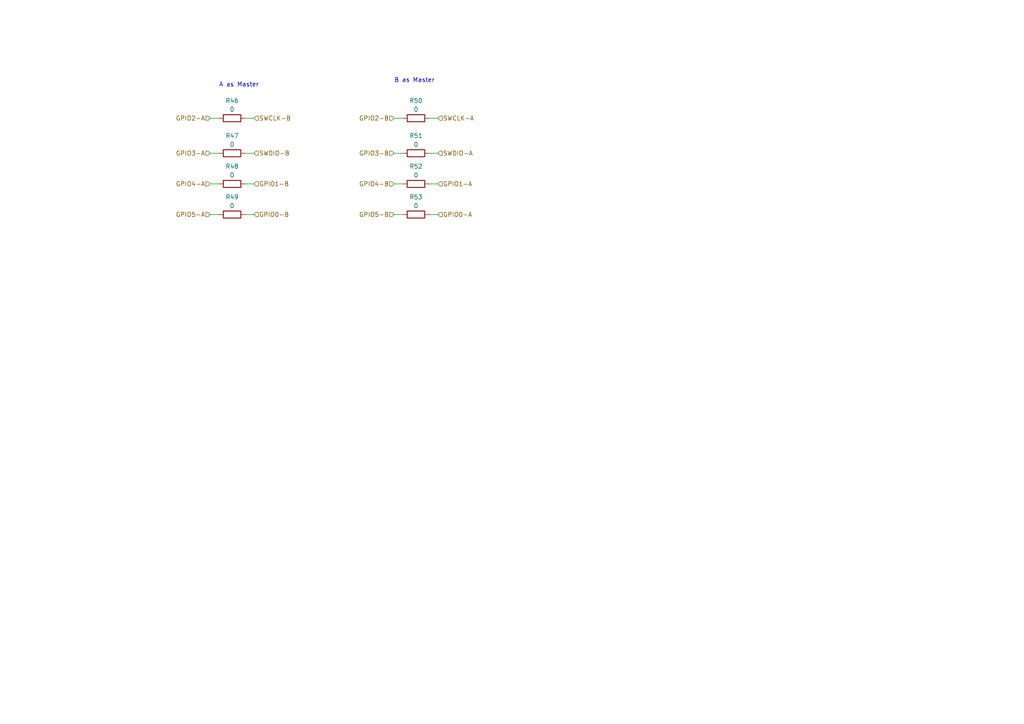
<source format=kicad_sch>
(kicad_sch (version 20230121) (generator eeschema)
  (paper "A4")
  (lib_symbols
    (symbol "Device:R" (pin_numbers hide) (pin_names (offset 0))
      (property "Reference" "R" (at 2.032 0 90))
      (property "Value" "R" (at 0 0 90))
      (symbol "R_0_1"
        (rectangle (start -1.016 -2.54) (end 1.016 2.54) (stroke (width 0.254)))
      )
      (symbol "R_1_1"
        (pin passive line (at 0 3.81 270) (length 1.27) (name "~") (number "1"))
        (pin passive line (at 0 -3.81 90) (length 1.27) (name "~") (number "2"))
      )
    )
  )
  (wire (pts (xy 114.3 34.29) (xy 116.84 34.29)))
  (wire (pts (xy 124.46 34.29) (xy 127 34.29)))
  (wire (pts (xy 60.96 62.23) (xy 63.5 62.23)))
  (wire (pts (xy 114.3 62.23) (xy 116.84 62.23)))
  (wire (pts (xy 71.12 44.45) (xy 73.66 44.45)))
  (wire (pts (xy 114.3 44.45) (xy 116.84 44.45)))
  (wire (pts (xy 114.3 53.34) (xy 116.84 53.34)))
  (wire (pts (xy 124.46 53.34) (xy 127 53.34)))
  (wire (pts (xy 71.12 34.29) (xy 73.66 34.29)))
  (wire (pts (xy 71.12 53.34) (xy 73.66 53.34)))
  (wire (pts (xy 60.96 34.29) (xy 63.5 34.29)))
  (wire (pts (xy 124.46 44.45) (xy 127 44.45)))
  (wire (pts (xy 71.12 62.23) (xy 73.66 62.23)))
  (wire (pts (xy 60.96 44.45) (xy 63.5 44.45)))
  (wire (pts (xy 60.96 53.34) (xy 63.5 53.34)))
  (wire (pts (xy 124.46 62.23) (xy 127 62.23)))
  (text "A as Master" (at 63.5 25.4 0) (effects (font (size 1.27 1.27)) (justify left bottom)))
  (text "B as Master" (at 114.3 24.13 0) (effects (font (size 1.27 1.27)) (justify left bottom)))
  (hierarchical_label "GPIO3-B" (shape input) (at 114.3 44.45 180))
  (hierarchical_label "GPIO2-A" (shape input) (at 60.96 34.29 180))
  (hierarchical_label "GPIO1-A" (shape input) (at 127 53.34 0))
  (hierarchical_label "GPIO1-B" (shape input) (at 73.66 53.34 0))
  (hierarchical_label "GPIO5-A" (shape input) (at 60.96 62.23 180))
  (hierarchical_label "GPIO0-B" (shape input) (at 73.66 62.23 0))
  (hierarchical_label "GPIO3-A" (shape input) (at 60.96 44.45 180))
  (hierarchical_label "SWDIO-A" (shape input) (at 127 44.45 0))
  (hierarchical_label "SWCLK-A" (shape input) (at 127 34.29 0))
  (hierarchical_label "GPIO4-B" (shape input) (at 114.3 53.34 180))
  (hierarchical_label "SWCLK-B" (shape input) (at 73.66 34.29 0))
  (hierarchical_label "GPIO4-A" (shape input) (at 60.96 53.34 180))
  (hierarchical_label "SWDIO-B" (shape input) (at 73.66 44.45 0))
  (hierarchical_label "GPIO0-A" (shape input) (at 127 62.23 0))
  (hierarchical_label "GPIO2-B" (shape input) (at 114.3 34.29 180))
  (hierarchical_label "GPIO5-B" (shape input) (at 114.3 62.23 180))
  (symbol (lib_id "Device:R") (at 120.65 44.45 90) (unit 1)
    (property "Reference" "R51" (at 120.65 39.37 90))
    (property "Value" "0" (at 120.65 41.91 90))
  )
  (symbol (lib_id "Device:R") (at 120.65 34.29 90) (unit 1)
    (property "Reference" "R50" (at 120.65 29.21 90))
    (property "Value" "0" (at 120.65 31.75 90))
  )
  (symbol (lib_id "Device:R") (at 67.31 34.29 90) (unit 1)
    (property "Reference" "R46" (at 67.31 29.21 90))
    (property "Value" "0" (at 67.31 31.75 90))
  )
  (symbol (lib_id "Device:R") (at 67.31 53.34 90) (unit 1)
    (property "Reference" "R48" (at 67.31 48.26 90))
    (property "Value" "0" (at 67.31 50.8 90))
  )
  (symbol (lib_id "Device:R") (at 120.65 53.34 90) (unit 1)
    (property "Reference" "R52" (at 120.65 48.26 90))
    (property "Value" "0" (at 120.65 50.8 90))
  )
  (symbol (lib_id "Device:R") (at 120.65 62.23 90) (unit 1)
    (property "Reference" "R53" (at 120.65 57.15 90))
    (property "Value" "0" (at 120.65 59.69 90))
  )
  (symbol (lib_id "Device:R") (at 67.31 44.45 90) (unit 1)
    (property "Reference" "R47" (at 67.31 39.37 90))
    (property "Value" "0" (at 67.31 41.91 90))
  )
  (symbol (lib_id "Device:R") (at 67.31 62.23 90) (unit 1)
    (property "Reference" "R49" (at 67.31 57.15 90))
    (property "Value" "0" (at 67.31 59.69 90))
  )
)
</source>
